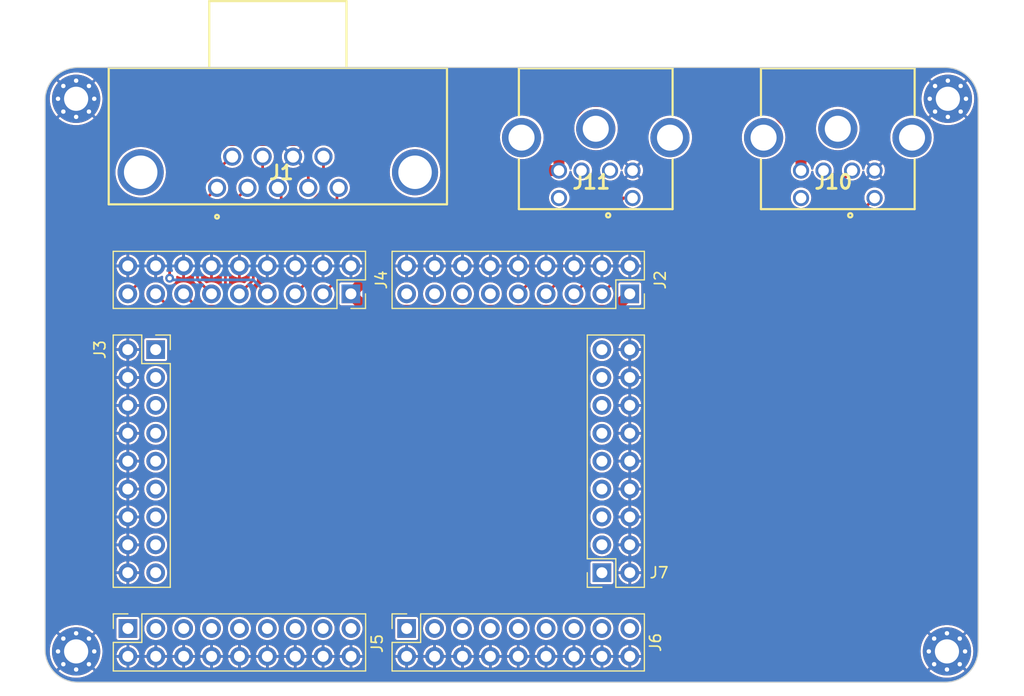
<source format=kicad_pcb>
(kicad_pcb (version 20240108) (generator "pcbnew") (generator_version "8.0")
  (layers (0 "F.Cu" signal) (31 "B.Cu" signal) (34 "B.Paste" user) (35 "F.Paste" user) (36 "B.SilkS" user "B.Silkscreen") (37 "F.SilkS" user "F.Silkscreen") (38 "B.Mask" user) (39 "F.Mask" user) (44 "Edge.Cuts" user))
  (net 0 "")
  (net 1 "GND")
  (net 2 "VDD")
  (net 3 "VDDF")
  (net 40 "/GD1")
  (net 41 "/GD0")
  (net 42 "/GLNK")
  (net 43 "/GGEN")
  (net 44 "/GD2")
  (net 45 "/GPWR")
  (net 46 "/GCLK")
  (net 47 "/GD3")
  (net 48 "/KDAT")
  (net 49 "/KCLK")
  (net 50 "/MCLK")
  (net 51 "/MDAT")
  (footprint "Connector_PinSocket_2.54mm:PinSocket_2x09_P2.54mm_Vertical" (layer "F.Cu") (at 129.55 132.08 90)
    (property "Reference" "J5" (at -1.3716 22.6976 90) (layer "F.SilkS"))
    (property "Value" "PORTA")
    (fp_line (start 1.33 -1.33) (end 1.33 0) (stroke (width 0.12)) (layer "F.SilkS"))
    (fp_line (start 0 -1.33) (end 1.33 -1.33) (stroke (width 0.12)) (layer "F.SilkS"))
    (fp_line (start -1.27 -1.33) (end -1.27 1.27) (stroke (width 0.12)) (layer "F.SilkS"))
    (fp_line (start -3.87 -1.33) (end -1.27 -1.33) (stroke (width 0.12)) (layer "F.SilkS"))
    (fp_line (start -3.87 -1.33) (end -3.87 21.65) (stroke (width 0.12)) (layer "F.SilkS"))
    (fp_line (start 1.33 1.27) (end 1.33 21.65) (stroke (width 0.12)) (layer "F.SilkS"))
    (fp_line (start -1.27 1.27) (end 1.33 1.27) (stroke (width 0.12)) (layer "F.SilkS"))
    (fp_line (start -3.87 21.65) (end 1.33 21.65) (stroke (width 0.12)) (layer "F.SilkS"))
    (pad "1" thru_hole rect (at 0 0 90) (size 1.7 1.7) (drill 1) (layers "*.Cu" "*.Mask") (net 2 "VDD"))
    (pad "2" thru_hole oval (at -2.54 0 90) (size 1.7 1.7) (drill 1) (layers "*.Cu" "*.Mask") (net 1 "GND"))
    (pad "3" thru_hole oval (at 0 2.54 90) (size 1.7 1.7) (drill 1) (layers "*.Cu" "*.Mask"))
    (pad "4" thru_hole oval (at -2.54 2.54 90) (size 1.7 1.7) (drill 1) (layers "*.Cu" "*.Mask") (net 1 "GND"))
    (pad "5" thru_hole oval (at 0 5.08 90) (size 1.7 1.7) (drill 1) (layers "*.Cu" "*.Mask"))
    (pad "6" thru_hole oval (at -2.54 5.08 90) (size 1.7 1.7) (drill 1) (layers "*.Cu" "*.Mask") (net 1 "GND"))
    (pad "7" thru_hole oval (at 0 7.62 90) (size 1.7 1.7) (drill 1) (layers "*.Cu" "*.Mask"))
    (pad "8" thru_hole oval (at -2.54 7.62 90) (size 1.7 1.7) (drill 1) (layers "*.Cu" "*.Mask") (net 1 "GND"))
    (pad "9" thru_hole oval (at 0 10.16 90) (size 1.7 1.7) (drill 1) (layers "*.Cu" "*.Mask"))
    (pad "10" thru_hole oval (at -2.54 10.16 90) (size 1.7 1.7) (drill 1) (layers "*.Cu" "*.Mask") (net 1 "GND"))
    (pad "11" thru_hole oval (at 0 12.7 90) (size 1.7 1.7) (drill 1) (layers "*.Cu" "*.Mask"))
    (pad "12" thru_hole oval (at -2.54 12.7 90) (size 1.7 1.7) (drill 1) (layers "*.Cu" "*.Mask") (net 1 "GND"))
    (pad "13" thru_hole oval (at 0 15.24 90) (size 1.7 1.7) (drill 1) (layers "*.Cu" "*.Mask"))
    (pad "14" thru_hole oval (at -2.54 15.24 90) (size 1.7 1.7) (drill 1) (layers "*.Cu" "*.Mask") (net 1 "GND"))
    (pad "15" thru_hole oval (at 0 17.78 90) (size 1.7 1.7) (drill 1) (layers "*.Cu" "*.Mask"))
    (pad "16" thru_hole oval (at -2.54 17.78 90) (size 1.7 1.7) (drill 1) (layers "*.Cu" "*.Mask") (net 1 "GND"))
    (pad "17" thru_hole oval (at 0 20.32 90) (size 1.7 1.7) (drill 1) (layers "*.Cu" "*.Mask"))
    (pad "18" thru_hole oval (at -2.54 20.32 90) (size 1.7 1.7) (drill 1) (layers "*.Cu" "*.Mask") (net 1 "GND"))
  )
  (footprint "SamacSys_Parts:182-009-213R561" (layer "F.Cu") (at 143.207 93.4456 180)
    (property "Reference" "J1" (at -0.32136 2.89331 180) (layer "F.SilkS") (effects (font (size 1.27 1.27) (thickness 0.254))))
    (property "Value" "Conn_01x09" (hide yes))
    (fp_line (start 15.405 12.42) (end -15.405 12.42) (stroke (width 0.2)) (layer "F.SilkS"))
    (fp_line (start 15.405 0) (end 15.405 12.42) (stroke (width 0.2)) (layer "F.SilkS"))
    (fp_line (start 6.25 18.51) (end 6.25 12.42) (stroke (width 0.2)) (layer "F.SilkS"))
    (fp_line (start -6.25 18.51) (end 6.25 18.51) (stroke (width 0.2)) (layer "F.SilkS"))
    (fp_line (start -6.25 12.42) (end -6.25 18.51) (stroke (width 0.2)) (layer "F.SilkS"))
    (fp_line (start -15.405 12.42) (end -15.405 0) (stroke (width 0.2)) (layer "F.SilkS"))
    (fp_line (start -15.405 0) (end 15.405 0) (stroke (width 0.2)) (layer "F.SilkS"))
    (fp_circle (center 5.542 -1.129) (end 5.542 -1.059) (stroke (width 0.2)) (fill none) (layer "F.SilkS"))
    (pad "1" thru_hole circle (at 5.54 1.5 180) (size 1.65 1.65) (drill 1.09) (layers "*.Cu" "*.Mask") (net 41 "/GD0"))
    (pad "2" thru_hole circle (at 2.77 1.5 180) (size 1.65 1.65) (drill 1.09) (layers "*.Cu" "*.Mask") (net 40 "/GD1"))
    (pad "3" thru_hole circle (at 0 1.5 180) (size 1.65 1.65) (drill 1.09) (layers "*.Cu" "*.Mask") (net 44 "/GD2"))
    (pad "4" thru_hole circle (at -2.77 1.5 180) (size 1.65 1.65) (drill 1.09) (layers "*.Cu" "*.Mask") (net 47 "/GD3"))
    (pad "5" thru_hole circle (at -5.54 1.5 180) (size 1.65 1.65) (drill 1.09) (layers "*.Cu" "*.Mask") (net 45 "/GPWR"))
    (pad "6" thru_hole circle (at 4.155 4.34 180) (size 1.65 1.65) (drill 1.09) (layers "*.Cu" "*.Mask") (net 46 "/GCLK"))
    (pad "7" thru_hole circle (at 1.385 4.34 180) (size 1.65 1.65) (drill 1.09) (layers "*.Cu" "*.Mask") (net 42 "/GLNK"))
    (pad "8" thru_hole circle (at -1.385 4.34 180) (size 1.65 1.65) (drill 1.09) (layers "*.Cu" "*.Mask") (net 1 "GND"))
    (pad "9" thru_hole circle (at -4.155 4.34 180) (size 1.65 1.65) (drill 1.09) (layers "*.Cu" "*.Mask") (net 43 "/GGEN"))
    (pad "10" thru_hole circle (at -12.495 2.92 180) (size 4.2 4.2) (drill 3.05) (layers "*.Cu" "*.Mask"))
    (pad "11" thru_hole circle (at 12.495 2.92 180) (size 4.2 4.2) (drill 3.05) (layers "*.Cu" "*.Mask"))
  )
  (footprint "MountingHole:MountingHole_2.2mm_M2_Pad_Via" (layer "F.Cu") (at 124.833274 83.833274)
    (property "Reference" "H1" (hide yes))
    (property "Value" "MountingHole_Pad")
    (pad "1" thru_hole circle (at -1.65 0) (size 0.7 0.7) (drill 0.4) (layers "*.Cu" "*.Mask") (net 1 "GND"))
    (pad "1" thru_hole circle (at -1.166726 -1.166726) (size 0.7 0.7) (drill 0.4) (layers "*.Cu" "*.Mask") (net 1 "GND"))
    (pad "1" thru_hole circle (at -1.166726 1.166726) (size 0.7 0.7) (drill 0.4) (layers "*.Cu" "*.Mask") (net 1 "GND"))
    (pad "1" thru_hole circle (at 0 -1.65) (size 0.7 0.7) (drill 0.4) (layers "*.Cu" "*.Mask") (net 1 "GND"))
    (pad "1" thru_hole circle (at 0 0) (size 4.4 4.4) (drill 2.2) (layers "*.Cu" "*.Mask") (net 1 "GND"))
    (pad "1" thru_hole circle (at 0 1.65) (size 0.7 0.7) (drill 0.4) (layers "*.Cu" "*.Mask") (net 1 "GND"))
    (pad "1" thru_hole circle (at 1.166726 -1.166726) (size 0.7 0.7) (drill 0.4) (layers "*.Cu" "*.Mask") (net 1 "GND"))
    (pad "1" thru_hole circle (at 1.166726 1.166726) (size 0.7 0.7) (drill 0.4) (layers "*.Cu" "*.Mask") (net 1 "GND"))
    (pad "1" thru_hole circle (at 1.65 0) (size 0.7 0.7) (drill 0.4) (layers "*.Cu" "*.Mask") (net 1 "GND"))
  )
  (footprint "MountingHole:MountingHole_2.2mm_M2_Pad_Via" (layer "F.Cu") (at 204.15 134.166726)
    (property "Reference" "H4" (hide yes))
    (property "Value" "MountingHole_Pad")
    (pad "1" thru_hole circle (at -1.65 0) (size 0.7 0.7) (drill 0.4) (layers "*.Cu" "*.Mask") (net 1 "GND"))
    (pad "1" thru_hole circle (at -1.166726 -1.166726) (size 0.7 0.7) (drill 0.4) (layers "*.Cu" "*.Mask") (net 1 "GND"))
    (pad "1" thru_hole circle (at -1.166726 1.166726) (size 0.7 0.7) (drill 0.4) (layers "*.Cu" "*.Mask") (net 1 "GND"))
    (pad "1" thru_hole circle (at 0 -1.65) (size 0.7 0.7) (drill 0.4) (layers "*.Cu" "*.Mask") (net 1 "GND"))
    (pad "1" thru_hole circle (at 0 0) (size 4.4 4.4) (drill 2.2) (layers "*.Cu" "*.Mask") (net 1 "GND"))
    (pad "1" thru_hole circle (at 0 1.65) (size 0.7 0.7) (drill 0.4) (layers "*.Cu" "*.Mask") (net 1 "GND"))
    (pad "1" thru_hole circle (at 1.166726 -1.166726) (size 0.7 0.7) (drill 0.4) (layers "*.Cu" "*.Mask") (net 1 "GND"))
    (pad "1" thru_hole circle (at 1.166726 1.166726) (size 0.7 0.7) (drill 0.4) (layers "*.Cu" "*.Mask") (net 1 "GND"))
    (pad "1" thru_hole circle (at 1.65 0) (size 0.7 0.7) (drill 0.4) (layers "*.Cu" "*.Mask") (net 1 "GND"))
  )
  (footprint "Connector_PinSocket_2.54mm:PinSocket_2x09_P2.54mm_Vertical" (layer "F.Cu") (at 175.26 101.6 -90)
    (property "Reference" "J2" (at -1.27 -2.77 90) (layer "F.SilkS"))
    (property "Value" "PORTD")
    (fp_line (start -3.87 21.65) (end 1.33 21.65) (stroke (width 0.12)) (layer "F.SilkS"))
    (fp_line (start -1.27 1.27) (end 1.33 1.27) (stroke (width 0.12)) (layer "F.SilkS"))
    (fp_line (start 1.33 1.27) (end 1.33 21.65) (stroke (width 0.12)) (layer "F.SilkS"))
    (fp_line (start -3.87 -1.33) (end -3.87 21.65) (stroke (width 0.12)) (layer "F.SilkS"))
    (fp_line (start -3.87 -1.33) (end -1.27 -1.33) (stroke (width 0.12)) (layer "F.SilkS"))
    (fp_line (start -1.27 -1.33) (end -1.27 1.27) (stroke (width 0.12)) (layer "F.SilkS"))
    (fp_line (start 0 -1.33) (end 1.33 -1.33) (stroke (width 0.12)) (layer "F.SilkS"))
    (fp_line (start 1.33 -1.33) (end 1.33 0) (stroke (width 0.12)) (layer "F.SilkS"))
    (pad "1" thru_hole rect (at 0 0 270) (size 1.7 1.7) (drill 1) (layers "*.Cu" "*.Mask") (net 2 "VDD"))
    (pad "2" thru_hole oval (at -2.54 0 270) (size 1.7 1.7) (drill 1) (layers "*.Cu" "*.Mask") (net 1 "GND"))
    (pad "3" thru_hole oval (at 0 2.54 270) (size 1.7 1.7) (drill 1) (layers "*.Cu" "*.Mask") (net 49 "/KCLK"))
    (pad "4" thru_hole oval (at -2.54 2.54 270) (size 1.7 1.7) (drill 1) (layers "*.Cu" "*.Mask") (net 1 "GND"))
    (pad "5" thru_hole oval (at 0 5.08 270) (size 1.7 1.7) (drill 1) (layers "*.Cu" "*.Mask") (net 48 "/KDAT"))
    (pad "6" thru_hole oval (at -2.54 5.08 270) (size 1.7 1.7) (drill 1) (layers "*.Cu" "*.Mask") (net 1 "GND"))
    (pad "7" thru_hole oval (at 0 7.62 270) (size 1.7 1.7) (drill 1) (layers "*.Cu" "*.Mask") (net 50 "/MCLK"))
    (pad "8" thru_hole oval (at -2.54 7.62 270) (size 1.7 1.7) (drill 1) (layers "*.Cu" "*.Mask") (net 1 "GND"))
    (pad "9" thru_hole oval (at 0 10.16 270) (size 1.7 1.7) (drill 1) (layers "*.Cu" "*.Mask") (net 51 "/MDAT"))
    (pad "10" thru_hole oval (at -2.54 10.16 270) (size 1.7 1.7) (drill 1) (layers "*.Cu" "*.Mask") (net 1 "GND"))
    (pad "11" thru_hole oval (at 0 12.7 270) (size 1.7 1.7) (drill 1) (layers "*.Cu" "*.Mask"))
    (pad "12" thru_hole oval (at -2.54 12.7 270) (size 1.7 1.7) (drill 1) (layers "*.Cu" "*.Mask") (net 1 "GND"))
    (pad "13" thru_hole oval (at 0 15.24 270) (size 1.7 1.7) (drill 1) (layers "*.Cu" "*.Mask"))
    (pad "14" thru_hole oval (at -2.54 15.24 270) (size 1.7 1.7) (drill 1) (layers "*.Cu" "*.Mask") (net 1 "GND"))
    (pad "15" thru_hole oval (at 0 17.78 270) (size 1.7 1.7) (drill 1) (layers "*.Cu" "*.Mask"))
    (pad "16" thru_hole oval (at -2.54 17.78 270) (size 1.7 1.7) (drill 1) (layers "*.Cu" "*.Mask") (net 1 "GND"))
    (pad "17" thru_hole oval (at 0 20.32 270) (size 1.7 1.7) (drill 1) (layers "*.Cu" "*.Mask"))
    (pad "18" thru_hole oval (at -2.54 20.32 270) (size 1.7 1.7) (drill 1) (layers "*.Cu" "*.Mask") (net 1 "GND"))
  )
  (footprint "MountingHole:MountingHole_2.2mm_M2_Pad_Via" (layer "F.Cu") (at 124.833274 134.166726)
    (property "Reference" "H3" (hide yes))
    (property "Value" "MountingHole_Pad")
    (pad "1" thru_hole circle (at -1.65 0) (size 0.7 0.7) (drill 0.4) (layers "*.Cu" "*.Mask") (net 1 "GND"))
    (pad "1" thru_hole circle (at -1.166726 -1.166726) (size 0.7 0.7) (drill 0.4) (layers "*.Cu" "*.Mask") (net 1 "GND"))
    (pad "1" thru_hole circle (at -1.166726 1.166726) (size 0.7 0.7) (drill 0.4) (layers "*.Cu" "*.Mask") (net 1 "GND"))
    (pad "1" thru_hole circle (at 0 -1.65) (size 0.7 0.7) (drill 0.4) (layers "*.Cu" "*.Mask") (net 1 "GND"))
    (pad "1" thru_hole circle (at 0 0) (size 4.4 4.4) (drill 2.2) (layers "*.Cu" "*.Mask") (net 1 "GND"))
    (pad "1" thru_hole circle (at 0 1.65) (size 0.7 0.7) (drill 0.4) (layers "*.Cu" "*.Mask") (net 1 "GND"))
    (pad "1" thru_hole circle (at 1.166726 -1.166726) (size 0.7 0.7) (drill 0.4) (layers "*.Cu" "*.Mask") (net 1 "GND"))
    (pad "1" thru_hole circle (at 1.166726 1.166726) (size 0.7 0.7) (drill 0.4) (layers "*.Cu" "*.Mask") (net 1 "GND"))
    (pad "1" thru_hole circle (at 1.65 0) (size 0.7 0.7) (drill 0.4) (layers "*.Cu" "*.Mask") (net 1 "GND"))
  )
  (footprint "Connector_PinSocket_2.54mm:PinSocket_2x09_P2.54mm_Vertical" (layer "F.Cu") (at 132.08 106.68)
    (property "Reference" "J3" (at -5.08 0 90) (layer "F.SilkS"))
    (property "Value" "PORTG")
    (fp_line (start -3.87 -1.33) (end -3.87 21.65) (stroke (width 0.12)) (layer "F.SilkS"))
    (fp_line (start -3.87 -1.33) (end -1.27 -1.33) (stroke (width 0.12)) (layer "F.SilkS"))
    (fp_line (start -3.87 21.65) (end 1.33 21.65) (stroke (width 0.12)) (layer "F.SilkS"))
    (fp_line (start -1.27 -1.33) (end -1.27 1.27) (stroke (width 0.12)) (layer "F.SilkS"))
    (fp_line (start -1.27 1.27) (end 1.33 1.27) (stroke (width 0.12)) (layer "F.SilkS"))
    (fp_line (start 0 -1.33) (end 1.33 -1.33) (stroke (width 0.12)) (layer "F.SilkS"))
    (fp_line (start 1.33 -1.33) (end 1.33 0) (stroke (width 0.12)) (layer "F.SilkS"))
    (fp_line (start 1.33 1.27) (end 1.33 21.65) (stroke (width 0.12)) (layer "F.SilkS"))
    (pad "1" thru_hole rect (at 0 0) (size 1.7 1.7) (drill 1) (layers "*.Cu" "*.Mask") (net 2 "VDD"))
    (pad "2" thru_hole oval (at -2.54 0) (size 1.7 1.7) (drill 1) (layers "*.Cu" "*.Mask") (net 1 "GND"))
    (pad "3" thru_hole oval (at 0 2.54) (size 1.7 1.7) (drill 1) (layers "*.Cu" "*.Mask"))
    (pad "4" thru_hole oval (at -2.54 2.54) (size 1.7 1.7) (drill 1) (layers "*.Cu" "*.Mask") (net 1 "GND"))
    (pad "5" thru_hole oval (at 0 5.08) (size 1.7 1.7) (drill 1) (layers "*.Cu" "*.Mask"))
    (pad "6" thru_hole oval (at -2.54 5.08) (size 1.7 1.7) (drill 1) (layers "*.Cu" "*.Mask") (net 1 "GND"))
    (pad "7" thru_hole oval (at 0 7.62) (size 1.7 1.7) (drill 1) (layers "*.Cu" "*.Mask"))
    (pad "8" thru_hole oval (at -2.54 7.62) (size 1.7 1.7) (drill 1) (layers "*.Cu" "*.Mask") (net 1 "GND"))
    (pad "9" thru_hole oval (at 0 10.16) (size 1.7 1.7) (drill 1) (layers "*.Cu" "*.Mask"))
    (pad "10" thru_hole oval (at -2.54 10.16) (size 1.7 1.7) (drill 1) (layers "*.Cu" "*.Mask") (net 1 "GND"))
    (pad "11" thru_hole oval (at 0 12.7) (size 1.7 1.7) (drill 1) (layers "*.Cu" "*.Mask"))
    (pad "12" thru_hole oval (at -2.54 12.7) (size 1.7 1.7) (drill 1) (layers "*.Cu" "*.Mask") (net 1 "GND"))
    (pad "13" thru_hole oval (at 0 15.24) (size 1.7 1.7) (drill 1) (layers "*.Cu" "*.Mask"))
    (pad "14" thru_hole oval (at -2.54 15.24) (size 1.7 1.7) (drill 1) (layers "*.Cu" "*.Mask") (net 1 "GND"))
    (pad "15" thru_hole oval (at 0 17.78) (size 1.7 1.7) (drill 1) (layers "*.Cu" "*.Mask"))
    (pad "16" thru_hole oval (at -2.54 17.78) (size 1.7 1.7) (drill 1) (layers "*.Cu" "*.Mask") (net 1 "GND"))
    (pad "17" thru_hole oval (at 0 20.32) (size 1.7 1.7) (drill 1) (layers "*.Cu" "*.Mask"))
    (pad "18" thru_hole oval (at -2.54 20.32) (size 1.7 1.7) (drill 1) (layers "*.Cu" "*.Mask") (net 1 "GND"))
  )
  (footprint "Connector_PinSocket_2.54mm:PinSocket_2x09_P2.54mm_Vertical" (layer "F.Cu") (at 149.86 101.6 -90)
    (property "Reference" "J4" (at -1.27 -2.77 90) (layer "F.SilkS"))
    (property "Value" "PORTE")
    (fp_line (start -3.87 21.65) (end 1.33 21.65) (stroke (width 0.12)) (layer "F.SilkS"))
    (fp_line (start -1.27 1.27) (end 1.33 1.27) (stroke (width 0.12)) (layer "F.SilkS"))
    (fp_line (start 1.33 1.27) (end 1.33 21.65) (stroke (width 0.12)) (layer "F.SilkS"))
    (fp_line (start -3.87 -1.33) (end -3.87 21.65) (stroke (width 0.12)) (layer "F.SilkS"))
    (fp_line (start -3.87 -1.33) (end -1.27 -1.33) (stroke (width 0.12)) (layer "F.SilkS"))
    (fp_line (start -1.27 -1.33) (end -1.27 1.27) (stroke (width 0.12)) (layer "F.SilkS"))
    (fp_line (start 0 -1.33) (end 1.33 -1.33) (stroke (width 0.12)) (layer "F.SilkS"))
    (fp_line (start 1.33 -1.33) (end 1.33 0) (stroke (width 0.12)) (layer "F.SilkS"))
    (pad "1" thru_hole rect (at 0 0 270) (size 1.7 1.7) (drill 1) (layers "*.Cu" "*.Mask") (net 2 "VDD"))
    (pad "2" thru_hole oval (at -2.54 0 270) (size 1.7 1.7) (drill 1) (layers "*.Cu" "*.Mask") (net 1 "GND"))
    (pad "3" thru_hole oval (at 0 2.54 270) (size 1.7 1.7) (drill 1) (layers "*.Cu" "*.Mask") (net 45 "/GPWR"))
    (pad "4" thru_hole oval (at -2.54 2.54 270) (size 1.7 1.7) (drill 1) (layers "*.Cu" "*.Mask") (net 1 "GND"))
    (pad "5" thru_hole oval (at 0 5.08 270) (size 1.7 1.7) (drill 1) (layers "*.Cu" "*.Mask") (net 43 "/GGEN"))
    (pad "6" thru_hole oval (at -2.54 5.08 270) (size 1.7 1.7) (drill 1) (layers "*.Cu" "*.Mask") (net 1 "GND"))
    (pad "7" thru_hole oval (at 0 7.62 270) (size 1.7 1.7) (drill 1) (layers "*.Cu" "*.Mask") (net 46 "/GCLK"))
    (pad "8" thru_hole oval (at -2.54 7.62 270) (size 1.7 1.7) (drill 1) (layers "*.Cu" "*.Mask") (net 1 "GND"))
    (pad "9" thru_hole oval (at 0 10.16 270) (size 1.7 1.7) (drill 1) (layers "*.Cu" "*.Mask") (net 42 "/GLNK"))
    (pad "10" thru_hole oval (at -2.54 10.16 270) (size 1.7 1.7) (drill 1) (layers "*.Cu" "*.Mask") (net 1 "GND"))
    (pad "11" thru_hole oval (at 0 12.7 270) (size 1.7 1.7) (drill 1) (layers "*.Cu" "*.Mask") (net 41 "/GD0"))
    (pad "12" thru_hole oval (at -2.54 12.7 270) (size 1.7 1.7) (drill 1) (layers "*.Cu" "*.Mask") (net 1 "GND"))
    (pad "13" thru_hole oval (at 0 15.24 270) (size 1.7 1.7) (drill 1) (layers "*.Cu" "*.Mask") (net 40 "/GD1"))
    (pad "14" thru_hole oval (at -2.54 15.24 270) (size 1.7 1.7) (drill 1) (layers "*.Cu" "*.Mask") (net 1 "GND"))
    (pad "15" thru_hole oval (at 0 17.78 270) (size 1.7 1.7) (drill 1) (layers "*.Cu" "*.Mask") (net 44 "/GD2"))
    (pad "16" thru_hole oval (at -2.54 17.78 270) (size 1.7 1.7) (drill 1) (layers "*.Cu" "*.Mask") (net 1 "GND"))
    (pad "17" thru_hole oval (at 0 20.32 270) (size 1.7 1.7) (drill 1) (layers "*.Cu" "*.Mask") (net 47 "/GD3"))
    (pad "18" thru_hole oval (at -2.54 20.32 270) (size 1.7 1.7) (drill 1) (layers "*.Cu" "*.Mask") (net 1 "GND"))
  )
  (footprint "SamacSys_Parts:5749180-1" (layer "F.Cu") (at 172.1612 81.0532)
    (property "Reference" "J11" (at -0.399 10.362 0) (layer "F.SilkS") (effects (font (size 1.27 1.27) (thickness 0.254))))
    (property "Value" "5749180-1" (hide yes))
    (fp_line (start -7 0) (end -7 4.3) (stroke (width 0.2)) (layer "F.SilkS"))
    (fp_line (start -7 0) (end 7 0) (stroke (width 0.2)) (layer "F.SilkS"))
    (fp_line (start -7 12.83) (end -7 8.3) (stroke (width 0.2)) (layer "F.SilkS"))
    (fp_line (start 7 0) (end 7 4.3) (stroke (width 0.2)) (layer "F.SilkS"))
    (fp_line (start 7 12.83) (end -7 12.83) (stroke (width 0.2)) (layer "F.SilkS"))
    (fp_line (start 7 12.83) (end 7 8.3) (stroke (width 0.2)) (layer "F.SilkS"))
    (fp_circle (center 1.132 13.393) (end 1.132 13.48396) (stroke (width 0.2)) (fill none) (layer "F.SilkS"))
    (pad "1" thru_hole circle (at 1.3 9.32) (size 1.47 1.47) (drill 0.97) (layers "*.Cu" "*.Mask") (net 51 "/MDAT"))
    (pad "2" thru_hole circle (at -1.3 9.32) (size 1.47 1.47) (drill 0.97) (layers "*.Cu" "*.Mask"))
    (pad "3" thru_hole circle (at 3.35 9.32) (size 1.47 1.47) (drill 0.97) (layers "*.Cu" "*.Mask") (net 1 "GND"))
    (pad "4" thru_hole circle (at -3.35 9.32) (size 1.47 1.47) (drill 0.97) (layers "*.Cu" "*.Mask") (net 2 "VDD"))
    (pad "5" thru_hole circle (at 3.35 11.82) (size 1.47 1.47) (drill 0.97) (layers "*.Cu" "*.Mask") (net 50 "/MCLK"))
    (pad "6" thru_hole circle (at -3.35 11.82) (size 1.47 1.47) (drill 0.97) (layers "*.Cu" "*.Mask"))
    (pad "7" thru_hole circle (at -6.76 6.32) (size 3.57 3.57) (drill 2.37) (layers "*.Cu" "*.Mask"))
    (pad "8" thru_hole circle (at 0 5.51) (size 3.57 3.57) (drill 2.37) (layers "*.Cu" "*.Mask"))
    (pad "9" thru_hole circle (at 6.76 6.32) (size 3.57 3.57) (drill 2.37) (layers "*.Cu" "*.Mask"))
  )
  (footprint "MountingHole:MountingHole_2.2mm_M2_Pad_Via" (layer "F.Cu") (at 204.233274 83.833274)
    (property "Reference" "H2" (hide yes))
    (property "Value" "MountingHole_Pad")
    (pad "1" thru_hole circle (at -1.65 0) (size 0.7 0.7) (drill 0.4) (layers "*.Cu" "*.Mask") (net 1 "GND"))
    (pad "1" thru_hole circle (at -1.166726 -1.166726) (size 0.7 0.7) (drill 0.4) (layers "*.Cu" "*.Mask") (net 1 "GND"))
    (pad "1" thru_hole circle (at -1.166726 1.166726) (size 0.7 0.7) (drill 0.4) (layers "*.Cu" "*.Mask") (net 1 "GND"))
    (pad "1" thru_hole circle (at 0 -1.65) (size 0.7 0.7) (drill 0.4) (layers "*.Cu" "*.Mask") (net 1 "GND"))
    (pad "1" thru_hole circle (at 0 0) (size 4.4 4.4) (drill 2.2) (layers "*.Cu" "*.Mask") (net 1 "GND"))
    (pad "1" thru_hole circle (at 0 1.65) (size 0.7 0.7) (drill 0.4) (layers "*.Cu" "*.Mask") (net 1 "GND"))
    (pad "1" thru_hole circle (at 1.166726 -1.166726) (size 0.7 0.7) (drill 0.4) (layers "*.Cu" "*.Mask") (net 1 "GND"))
    (pad "1" thru_hole circle (at 1.166726 1.166726) (size 0.7 0.7) (drill 0.4) (layers "*.Cu" "*.Mask") (net 1 "GND"))
    (pad "1" thru_hole circle (at 1.65 0) (size 0.7 0.7) (drill 0.4) (layers "*.Cu" "*.Mask") (net 1 "GND"))
  )
  (footprint "SamacSys_Parts:5749180-1" (layer "F.Cu") (at 194.2084 81.0532)
    (property "Reference" "J10" (at -0.399 10.362 0) (layer "F.SilkS") (effects (font (size 1.27 1.27) (thickness 0.254))))
    (property "Value" "5749180-1" (hide yes))
    (fp_line (start -7 0) (end -7 4.3) (stroke (width 0.2)) (layer "F.SilkS"))
    (fp_line (start -7 0) (end 7 0) (stroke (width 0.2)) (layer "F.SilkS"))
    (fp_line (start -7 12.83) (end -7 8.3) (stroke (width 0.2)) (layer "F.SilkS"))
    (fp_line (start 7 0) (end 7 4.3) (stroke (width 0.2)) (layer "F.SilkS"))
    (fp_line (start 7 12.83) (end -7 12.83) (stroke (width 0.2)) (layer "F.SilkS"))
    (fp_line (start 7 12.83) (end 7 8.3) (stroke (width 0.2)) (layer "F.SilkS"))
    (fp_circle (center 1.132 13.393) (end 1.132 13.48396) (stroke (width 0.2)) (fill none) (layer "F.SilkS"))
    (pad "1" thru_hole circle (at 1.3 9.32) (size 1.47 1.47) (drill 0.97) (layers "*.Cu" "*.Mask") (net 48 "/KDAT"))
    (pad "2" thru_hole circle (at -1.3 9.32) (size 1.47 1.47) (drill 0.97) (layers "*.Cu" "*.Mask"))
    (pad "3" thru_hole circle (at 3.35 9.32) (size 1.47 1.47) (drill 0.97) (layers "*.Cu" "*.Mask") (net 1 "GND"))
    (pad "4" thru_hole circle (at -3.35 9.32) (size 1.47 1.47) (drill 0.97) (layers "*.Cu" "*.Mask") (net 2 "VDD"))
    (pad "5" thru_hole circle (at 3.35 11.82) (size 1.47 1.47) (drill 0.97) (layers "*.Cu" "*.Mask") (net 49 "/KCLK"))
    (pad "6" thru_hole circle (at -3.35 11.82) (size 1.47 1.47) (drill 0.97) (layers "*.Cu" "*.Mask"))
    (pad "7" thru_hole circle (at -6.76 6.32) (size 3.57 3.57) (drill 2.37) (layers "*.Cu" "*.Mask"))
    (pad "8" thru_hole circle (at 0 5.51) (size 3.57 3.57) (drill 2.37) (layers "*.Cu" "*.Mask"))
    (pad "9" thru_hole circle (at 6.76 6.32) (size 3.57 3.57) (drill 2.37) (layers "*.Cu" "*.Mask"))
  )
  (footprint "Connector_PinSocket_2.54mm:PinSocket_2x09_P2.54mm_Vertical" (layer "F.Cu") (at 172.72 127 180)
    (property "Reference" "J7" (at -5.207 0 180) (layer "F.SilkS"))
    (property "Value" "PORTC")
    (fp_line (start 1.33 1.27) (end 1.33 21.65) (stroke (width 0.12)) (layer "F.SilkS"))
    (fp_line (start 1.33 -1.33) (end 1.33 0) (stroke (width 0.12)) (layer "F.SilkS"))
    (fp_line (start 0 -1.33) (end 1.33 -1.33) (stroke (width 0.12)) (layer "F.SilkS"))
    (fp_line (start -1.27 1.27) (end 1.33 1.27) (stroke (width 0.12)) (layer "F.SilkS"))
    (fp_line (start -1.27 -1.33) (end -1.27 1.27) (stroke (width 0.12)) (layer "F.SilkS"))
    (fp_line (start -3.87 21.65) (end 1.33 21.65) (stroke (width 0.12)) (layer "F.SilkS"))
    (fp_line (start -3.87 -1.33) (end -1.27 -1.33) (stroke (width 0.12)) (layer "F.SilkS"))
    (fp_line (start -3.87 -1.33) (end -3.87 21.65) (stroke (width 0.12)) (layer "F.SilkS"))
    (pad "1" thru_hole rect (at 0 0 180) (size 1.7 1.7) (drill 1) (layers "*.Cu" "*.Mask") (net 3 "VDDF"))
    (pad "2" thru_hole oval (at -2.54 0 180) (size 1.7 1.7) (drill 1) (layers "*.Cu" "*.Mask") (net 1 "GND"))
    (pad "3" thru_hole oval (at 0 2.54 180) (size 1.7 1.7) (drill 1) (layers "*.Cu" "*.Mask"))
    (pad "4" thru_hole oval (at -2.54 2.54 180) (size 1.7 1.7) (drill 1) (layers "*.Cu" "*.Mask") (net 1 "GND"))
    (pad "5" thru_hole oval (at 0 5.08 180) (size 1.7 1.7) (drill 1) (layers "*.Cu" "*.Mask"))
    (pad "6" thru_hole oval (at -2.54 5.08 180) (size 1.7 1.7) (drill 1) (layers "*.Cu" "*.Mask") (net 1 "GND"))
    (pad "7" thru_hole oval (at 0 7.62 180) (size 1.7 1.7) (drill 1) (layers "*.Cu" "*.Mask"))
    (pad "8" thru_hole oval (at -2.54 7.62 180) (size 1.7 1.7) (drill 1) (layers "*.Cu" "*.Mask") (net 1 "GND"))
    (pad "9" thru_hole oval (at 0 10.16 180) (size 1.7 1.7) (drill 1) (layers "*.Cu" "*.Mask"))
    (pad "10" thru_hole oval (at -2.54 10.16 180) (size 1.7 1.7) (drill 1) (layers "*.Cu" "*.Mask") (net 1 "GND"))
    (pad "11" thru_hole oval (at 0 12.7 180) (size 1.7 1.7) (drill 1) (layers "*.Cu" "*.Mask"))
    (pad "12" thru_hole oval (at -2.54 12.7 180) (size 1.7 1.7) (drill 1) (layers "*.Cu" "*.Mask") (net 1 "GND"))
    (pad "13" thru_hole oval (at 0 15.24 180) (size 1.7 1.7) (drill 1) (layers "*.Cu" "*.Mask"))
    (pad "14" thru_hole oval (at -2.54 15.24 180) (size 1.7 1.7) (drill 1) (layers "*.Cu" "*.Mask") (net 1 "GND"))
    (pad "15" thru_hole oval (at 0 17.78 180) (size 1.7 1.7) (drill 1) (layers "*.Cu" "*.Mask"))
    (pad "16" thru_hole oval (at -2.54 17.78 180) (size 1.7 1.7) (drill 1) (layers "*.Cu" "*.Mask") (net 1 "GND"))
    (pad "17" thru_hole oval (at 0 20.32 180) (size 1.7 1.7) (drill 1) (layers "*.Cu" "*.Mask"))
    (pad "18" thru_hole oval (at -2.54 20.32 180) (size 1.7 1.7) (drill 1) (layers "*.Cu" "*.Mask") (net 1 "GND"))
  )
  (footprint "Connector_PinSocket_2.54mm:PinSocket_2x09_P2.54mm_Vertical" (layer "F.Cu") (at 154.94 132.08 90)
    (property "Reference" "J6" (at -1.27 22.6568 90) (layer "F.SilkS"))
    (property "Value" "PORTB")
    (fp_line (start 1.33 -1.33) (end 1.33 0) (stroke (width 0.12)) (layer "F.SilkS"))
    (fp_line (start 0 -1.33) (end 1.33 -1.33) (stroke (width 0.12)) (layer "F.SilkS"))
    (fp_line (start -1.27 -1.33) (end -1.27 1.27) (stroke (width 0.12)) (layer "F.SilkS"))
    (fp_line (start -3.87 -1.33) (end -1.27 -1.33) (stroke (width 0.12)) (layer "F.SilkS"))
    (fp_line (start -3.87 -1.33) (end -3.87 21.65) (stroke (width 0.12)) (layer "F.SilkS"))
    (fp_line (start 1.33 1.27) (end 1.33 21.65) (stroke (width 0.12)) (layer "F.SilkS"))
    (fp_line (start -1.27 1.27) (end 1.33 1.27) (stroke (width 0.12)) (layer "F.SilkS"))
    (fp_line (start -3.87 21.65) (end 1.33 21.65) (stroke (width 0.12)) (layer "F.SilkS"))
    (pad "1" thru_hole rect (at 0 0 90) (size 1.7 1.7) (drill 1) (layers "*.Cu" "*.Mask") (net 2 "VDD"))
    (pad "2" thru_hole oval (at -2.54 0 90) (size 1.7 1.7) (drill 1) (layers "*.Cu" "*.Mask") (net 1 "GND"))
    (pad "3" thru_hole oval (at 0 2.54 90) (size 1.7 1.7) (drill 1) (layers "*.Cu" "*.Mask"))
    (pad "4" thru_hole oval (at -2.54 2.54 90) (size 1.7 1.7) (drill 1) (layers "*.Cu" "*.Mask") (net 1 "GND"))
    (pad "5" thru_hole oval (at 0 5.08 90) (size 1.7 1.7) (drill 1) (layers "*.Cu" "*.Mask"))
    (pad "6" thru_hole oval (at -2.54 5.08 90) (size 1.7 1.7) (drill 1) (layers "*.Cu" "*.Mask") (net 1 "GND"))
    (pad "7" thru_hole oval (at 0 7.62 90) (size 1.7 1.7) (drill 1) (layers "*.Cu" "*.Mask"))
    (pad "8" thru_hole oval (at -2.54 7.62 90) (size 1.7 1.7) (drill 1) (layers "*.Cu" "*.Mask") (net 1 "GND"))
    (pad "9" thru_hole oval (at 0 10.16 90) (size 1.7 1.7) (drill 1) (layers "*.Cu" "*.Mask"))
    (pad "10" thru_hole oval (at -2.54 10.16 90) (size 1.7 1.7) (drill 1) (layers "*.Cu" "*.Mask") (net 1 "GND"))
    (pad "11" thru_hole oval (at 0 12.7 90) (size 1.7 1.7) (drill 1) (layers "*.Cu" "*.Mask"))
    (pad "12" thru_hole oval (at -2.54 12.7 90) (size 1.7 1.7) (drill 1) (layers "*.Cu" "*.Mask") (net 1 "GND"))
    (pad "13" thru_hole oval (at 0 15.24 90) (size 1.7 1.7) (drill 1) (layers "*.Cu" "*.Mask"))
    (pad "14" thru_hole oval (at -2.54 15.24 90) (size 1.7 1.7) (drill 1) (layers "*.Cu" "*.Mask") (net 1 "GND"))
    (pad "15" thru_hole oval (at 0 17.78 90) (size 1.7 1.7) (drill 1) (layers "*.Cu" "*.Mask"))
    (pad "16" thru_hole oval (at -2.54 17.78 90) (size 1.7 1.7) (drill 1) (layers "*.Cu" "*.Mask") (net 1 "GND"))
    (pad "17" thru_hole oval (at 0 20.32 90) (size 1.7 1.7) (drill 1) (layers "*.Cu" "*.Mask"))
    (pad "18" thru_hole oval (at -2.54 20.32 90) (size 1.7 1.7) (drill 1) (layers "*.Cu" "*.Mask") (net 1 "GND"))
  )
  (gr_line (start 122 83.979) (end 122 133.979) (stroke (width 0.1)) (layer "Edge.Cuts"))
  (gr_arc (start 207 133.979) (mid 206.12132 136.10032) (end 204 136.979) (stroke (width 0.1)) (layer "Edge.Cuts"))
  (gr_arc (start 125 136.979) (mid 122.87868 136.10032) (end 122 133.979) (stroke (width 0.1)) (layer "Edge.Cuts"))
  (gr_arc (start 122 83.979) (mid 122.87868 81.85768) (end 125 80.979) (stroke (width 0.1)) (layer "Edge.Cuts"))
  (gr_arc (start 204 80.979) (mid 206.12132 81.85768) (end 207 83.979) (stroke (width 0.1)) (layer "Edge.Cuts"))
  (gr_line (start 207 83.979) (end 207 133.979) (stroke (width 0.1)) (layer "Edge.Cuts"))
  (gr_line (start 125 80.979) (end 204 80.979) (stroke (width 0.1)) (layer "Edge.Cuts"))
  (gr_line (start 125 136.979) (end 204 136.979) (stroke (width 0.1)) (layer "Edge.Cuts"))
  (segment (start 173.76 103.1) (end 151.36 103.1) (width 1) (layer "F.Cu") (net 2))
  (segment (start 190.8584 87.328) (end 190.8584 90.3732) (width 1) (layer "F.Cu") (net 2))
  (segment (start 168.8112 86.469589) (end 171.206789 84.074) (width 1) (layer "F.Cu") (net 2))
  (segment (start 168.8112 90.3732) (end 168.8112 86.469589) (width 1) (layer "F.Cu") (net 2))
  (segment (start 161.0868 90.3732) (end 168.8112 90.3732) (width 1) (layer "F.Cu") (net 2))
  (segment (start 187.6044 84.074) (end 190.8584 87.328) (width 1) (layer "F.Cu") (net 2))
  (segment (start 151.36 103.1) (end 149.86 101.6) (width 1) (layer "F.Cu") (net 2))
  (segment (start 175.26 101.6) (end 173.76 103.1) (width 1) (layer "F.Cu") (net 2))
  (segment (start 171.206789 84.074) (end 187.6044 84.074) (width 1) (layer "F.Cu") (net 2))
  (segment (start 149.86 101.6) (end 161.0868 90.3732) (width 1) (layer "F.Cu") (net 2))
  (segment (start 138.43 93.9526) (end 140.437 91.9456) (width 0.25) (layer "F.Cu") (net 40))
  (segment (start 134.62 101.6) (end 135.745 102.725) (width 0.25) (layer "F.Cu") (net 40))
  (segment (start 138.43 102.210991) (end 138.43 93.9526) (width 0.25) (layer "F.Cu") (net 40))
  (segment (start 135.745 102.725) (end 137.915991 102.725) (width 0.25) (layer "F.Cu") (net 40))
  (segment (start 137.915991 102.725) (end 138.43 102.210991) (width 0.25) (layer "F.Cu") (net 40))
  (segment (start 135.89 93.7226) (end 137.667 91.9456) (width 0.25) (layer "F.Cu") (net 41))
  (segment (start 135.89 100.33) (end 135.89 93.7226) (width 0.25) (layer "F.Cu") (net 41))
  (segment (start 137.16 101.6) (end 135.89 100.33) (width 0.25) (layer "F.Cu") (net 41))
  (segment (start 140.97 100.33) (end 139.7 101.6) (width 0.25) (layer "F.Cu") (net 42))
  (segment (start 141.822 89.1056) (end 141.822 97.597009) (width 0.25) (layer "F.Cu") (net 42))
  (segment (start 141.822 97.597009) (end 140.97 98.449009) (width 0.25) (layer "F.Cu") (net 42))
  (segment (start 140.97 98.449009) (end 140.97 100.33) (width 0.25) (layer "F.Cu") (net 42))
  (segment (start 146.05 93.428235) (end 147.362 92.116235) (width 0.25) (layer "F.Cu") (net 43))
  (segment (start 144.78 101.6) (end 146.05 100.33) (width 0.25) (layer "F.Cu") (net 43))
  (segment (start 146.05 100.33) (end 146.05 93.428235) (width 0.25) (layer "F.Cu") (net 43))
  (segment (start 147.362 92.116235) (end 147.362 89.1056) (width 0.25) (layer "F.Cu") (net 43))
  (segment (start 143.51 92.2486) (end 143.207 91.9456) (width 0.25) (layer "F.Cu") (net 44))
  (segment (start 132.08 101.6) (end 133.605 103.125) (width 0.25) (layer "F.Cu") (net 44))
  (segment (start 133.605 103.125) (end 142.305991 103.125) (width 0.25) (layer "F.Cu") (net 44))
  (segment (start 143.51 101.920991) (end 143.51 92.2486) (width 0.25) (layer "F.Cu") (net 44))
  (segment (start 142.305991 103.125) (end 143.51 101.920991) (width 0.25) (layer "F.Cu") (net 44))
  (segment (start 148.59 100.33) (end 148.59 92.1026) (width 0.25) (layer "F.Cu") (net 45))
  (segment (start 148.59 92.1026) (end 148.747 91.9456) (width 0.25) (layer "F.Cu") (net 45))
  (segment (start 147.32 101.6) (end 148.59 100.33) (width 0.25) (layer "F.Cu") (net 45))
  (segment (start 138.951365 89.1056) (end 139.052 89.1056) (width 0.25) (layer "F.Cu") (net 46))
  (segment (start 133.35 94.706965) (end 138.951365 89.1056) (width 0.25) (layer "F.Cu") (net 46))
  (segment (start 133.35 100.1776) (end 133.35 94.706965) (width 0.25) (layer "F.Cu") (net 46))
  (via (at 133.35 100.1776) (size 0.8) (drill 0.4) (layers "F.Cu" "B.Cu") (net 46))
  (segment (start 140.97 100.33) (end 142.24 101.6) (width 0.25) (layer "B.Cu") (net 46))
  (segment (start 133.5024 100.33) (end 140.97 100.33) (width 0.25) (layer "B.Cu") (net 46))
  (segment (start 133.35 100.1776) (end 133.5024 100.33) (width 0.25) (layer "B.Cu") (net 46))
  (segment (start 138.5624 88.0056) (end 145.047635 88.0056) (width 0.25) (layer "F.Cu") (net 47))
  (segment (start 145.047635 88.0056) (end 145.977 88.934965) (width 0.25) (layer "F.Cu") (net 47))
  (segment (start 145.977 88.934965) (end 145.977 91.9456) (width 0.25) (layer "F.Cu") (net 47))
  (segment (start 129.54 101.6) (end 130.81 100.33) (width 0.25) (layer "F.Cu") (net 47))
  (segment (start 130.81 100.33) (end 130.81 95.758) (width 0.25) (layer "F.Cu") (net 47))
  (segment (start 130.81 95.758) (end 138.5624 88.0056) (width 0.25) (layer "F.Cu") (net 47))
  (segment (start 191.5968 94.2848) (end 195.5084 90.3732) (width 0.25) (layer "F.Cu") (net 48))
  (segment (start 170.18 101.6) (end 171.45 100.33) (width 0.25) (layer "F.Cu") (net 48))
  (segment (start 171.45 100.33) (end 171.45 98.552) (width 0.25) (layer "F.Cu") (net 48))
  (segment (start 175.7172 94.2848) (end 191.5968 94.2848) (width 0.25) (layer "F.Cu") (net 48))
  (segment (start 171.45 98.552) (end 175.7172 94.2848) (width 0.25) (layer "F.Cu") (net 48))
  (segment (start 176.0728 95.758) (end 194.6736 95.758) (width 0.25) (layer "F.Cu") (net 49))
  (segment (start 173.99 100.33) (end 173.99 97.8408) (width 0.25) (layer "F.Cu") (net 49))
  (segment (start 172.72 101.6) (end 173.99 100.33) (width 0.25) (layer "F.Cu") (net 49))
  (segment (start 173.99 97.8408) (end 176.0728 95.758) (width 0.25) (layer "F.Cu") (net 49))
  (segment (start 194.6736 95.758) (end 197.5584 92.8732) (width 0.25) (layer "F.Cu") (net 49))
  (segment (start 169.055 100.185) (end 169.055 98.5086) (width 0.25) (layer "F.Cu") (net 50))
  (segment (start 167.64 101.6) (end 169.055 100.185) (width 0.25) (layer "F.Cu") (net 50))
  (segment (start 174.6904 92.8732) (end 175.5112 92.8732) (width 0.25) (layer "F.Cu") (net 50))
  (segment (start 169.055 98.5086) (end 174.6904 92.8732) (width 0.25) (layer "F.Cu") (net 50))
  (segment (start 166.225 100.475) (end 166.225 97.6094) (width 0.25) (layer "F.Cu") (net 51))
  (segment (start 166.225 97.6094) (end 173.4612 90.3732) (width 0.25) (layer "F.Cu") (net 51))
  (segment (start 165.1 101.6) (end 166.225 100.475) (width 0.25) (layer "F.Cu") (net 51))
  (zone (net 1) (net_name "GND") (layers "F&B.Cu") (priority 1) (connect_pads (clearance 0.2)) (min_thickness 0.2) (fill yes (thermal_gap 0.2) (thermal_bridge_width 0.254))
    (polygon (pts (xy 122 81) (xy 122 137) (xy 207 137) (xy 207 81)))
  )
)
</source>
